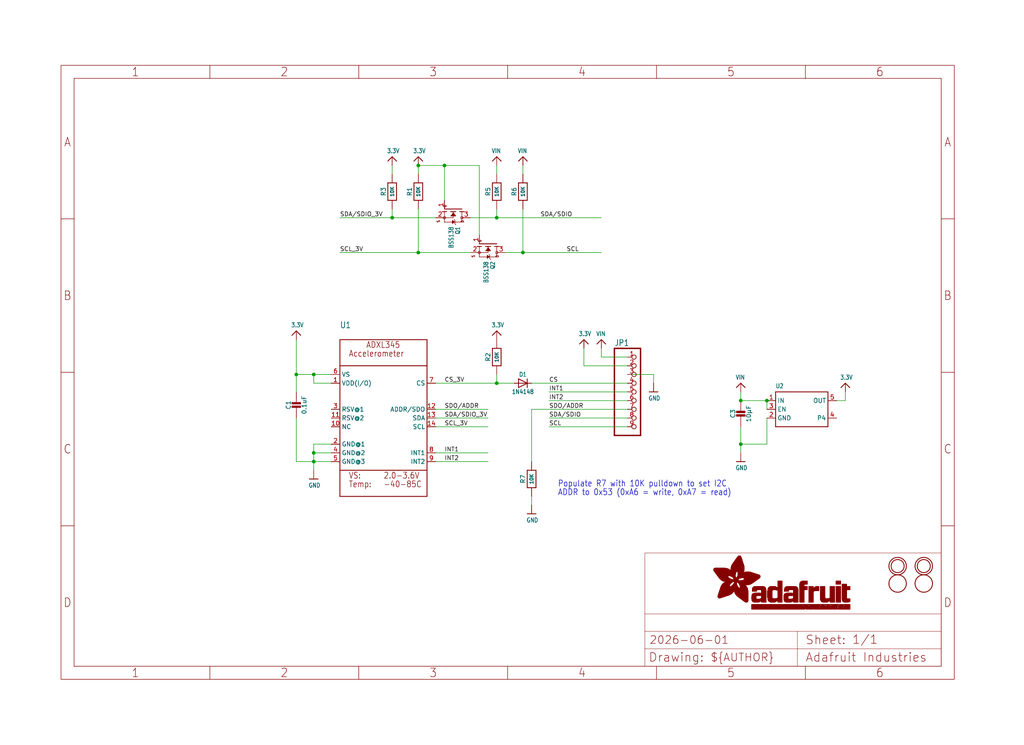
<source format=kicad_sch>
(kicad_sch (version 20230121) (generator eeschema)
  (paper "User" 298.45 217.322)
  (lib_symbols
    (symbol "working-eagle-import:3.3V" (power)
      (property "Value" "3.3V" (at -1.524 1.016 0))
      (symbol "3.3V_1_0"
        (pin power_in line (at 0 -2.54 90) (length 2.54) (name "3.3V") (number "1"))
      )
    )
    (symbol "working-eagle-import:ACCEL_ADXL345"
      (property "Reference" "U" (at -12.7 26.162 0))
      (symbol "ACCEL_ADXL345_1_0"
        (text "-40-85C" (at 0 -20.32 0) (effects (font (size 1.778 1.5113)) (justify left bottom)))
        (text "2.0-3.6V" (at 0 -17.78 0) (effects (font (size 1.778 1.5113)) (justify left bottom)))
        (text "Accelerometer" (at -10.16 17.78 0) (effects (font (size 1.778 1.5113)) (justify left bottom)))
        (text "ADXL345" (at -5.08 20.32 0) (effects (font (size 1.778 1.5113)) (justify left bottom)))
        (text "Temp:" (at -10.16 -20.32 0) (effects (font (size 1.778 1.5113)) (justify left bottom)))
        (text "VS:" (at -10.16 -17.78 0) (effects (font (size 1.778 1.5113)) (justify left bottom)))
        (pin bidirectional line (at -15.24 10.16 0) (length 2.54) (name "VDD(I/O)") (number "1"))
        (pin bidirectional line (at -15.24 -2.54 0) (length 2.54) (name "NC") (number "10"))
        (pin bidirectional line (at -15.24 0 0) (length 2.54) (name "RSV@2") (number "11"))
        (pin bidirectional line (at 15.24 2.54 180) (length 2.54) (name "ADDR/SDO") (number "12"))
        (pin bidirectional line (at 15.24 0 180) (length 2.54) (name "SDA") (number "13"))
        (pin bidirectional line (at 15.24 -2.54 180) (length 2.54) (name "SCL") (number "14"))
        (pin bidirectional line (at -15.24 -7.62 0) (length 2.54) (name "GND@1") (number "2"))
        (pin bidirectional line (at -15.24 2.54 0) (length 2.54) (name "RSV@1") (number "3"))
        (pin bidirectional line (at -15.24 -10.16 0) (length 2.54) (name "GND@2") (number "4"))
        (pin bidirectional line (at -15.24 -12.7 0) (length 2.54) (name "GND@3") (number "5"))
        (pin bidirectional line (at -15.24 12.7 0) (length 2.54) (name "VS") (number "6"))
        (pin bidirectional line (at 15.24 10.16 180) (length 2.54) (name "CS") (number "7"))
        (pin bidirectional line (at 15.24 -10.16 180) (length 2.54) (name "INT1") (number "8"))
        (pin bidirectional line (at 15.24 -12.7 180) (length 2.54) (name "INT2") (number "9"))
      )
    )
    (symbol "working-eagle-import:CAP_CERAMIC0805-NOOUTLINE"
      (property "Reference" "C" (at -2.29 1.25 90))
      (symbol "CAP_CERAMIC0805-NOOUTLINE_1_0"
        (pin passive line (at 0 5.08 270) (length 2.54) (name "1") (number "1"))
        (pin passive line (at 0 -2.54 90) (length 2.54) (name "2") (number "2"))
      )
    )
    (symbol "working-eagle-import:DIODE_SOD323MINI"
      (property "Reference" "D" (at 0 2.54 0))
      (symbol "DIODE_SOD323MINI_1_0"
        (pin passive line (at -2.54 0 0) (length 2.54) (name "A") (number "A"))
        (pin passive line (at 2.54 0 180) (length 2.54) (name "C") (number "C"))
      )
    )
    (symbol "working-eagle-import:FIDUCIAL")
    (symbol "working-eagle-import:FRAME_A4_ADAFRUIT"
      (symbol "FRAME_A4_ADAFRUIT_1_0"
        (text "${#}/${##}" (at 230.505 10.16 0) (effects (font (size 2.54 2.54)) (justify left bottom)))
        (text "${AUTHOR}" (at 189.23 5.08 0) (effects (font (size 2.286 2.286)) (justify left bottom)))
        (text "${CURRENT_DATE}" (at 171.45 10.16 0) (effects (font (size 2.286 2.286)) (justify left bottom)))
        (text "${PROJECTNAME}" (at 171.45 15.24 0) (effects (font (size 2.54 2.54)) (justify left bottom)))
        (text "1" (at 21.6958 1.905 0) (effects (font (size 2.54 2.286))))
        (text "1" (at 21.6958 177.165 0) (effects (font (size 2.54 2.286))))
        (text "2" (at 65.0875 1.905 0) (effects (font (size 2.54 2.286))))
        (text "2" (at 65.0875 177.165 0) (effects (font (size 2.54 2.286))))
        (text "3" (at 108.4792 1.905 0) (effects (font (size 2.54 2.286))))
        (text "3" (at 108.4792 177.165 0) (effects (font (size 2.54 2.286))))
        (text "4" (at 151.8708 1.905 0) (effects (font (size 2.54 2.286))))
        (text "4" (at 151.8708 177.165 0) (effects (font (size 2.54 2.286))))
        (text "5" (at 195.2625 1.905 0) (effects (font (size 2.54 2.286))))
        (text "5" (at 195.2625 177.165 0) (effects (font (size 2.54 2.286))))
        (text "6" (at 238.6542 1.905 0) (effects (font (size 2.54 2.286))))
        (text "6" (at 238.6542 177.165 0) (effects (font (size 2.54 2.286))))
        (text "A" (at 1.905 156.6863 0) (effects (font (size 2.54 2.286))))
        (text "A" (at 258.445 156.6863 0) (effects (font (size 2.54 2.286))))
        (text "Adafruit Industries" (at 216.916 4.953 0) (effects (font (size 2.54 2.54)) (justify left bottom)))
        (text "B" (at 1.905 111.9188 0) (effects (font (size 2.54 2.286))))
        (text "B" (at 258.445 111.9188 0) (effects (font (size 2.54 2.286))))
        (text "C" (at 1.905 67.1513 0) (effects (font (size 2.54 2.286))))
        (text "C" (at 258.445 67.1513 0) (effects (font (size 2.54 2.286))))
        (text "D" (at 1.905 22.3838 0) (effects (font (size 2.54 2.286))))
        (text "D" (at 258.445 22.3838 0) (effects (font (size 2.54 2.286))))
        (text "Drawing:" (at 171.196 4.953 0) (effects (font (size 2.54 2.54)) (justify left bottom)))
        (text "Sheet:" (at 216.916 10.033 0) (effects (font (size 2.54 2.54)) (justify left bottom)))
      )
    )
    (symbol "working-eagle-import:GND" (power)
      (property "Value" "GND" (at -1.524 -2.54 0))
      (symbol "GND_1_0"
        (pin power_in line (at 0 2.54 270) (length 2.54) (name "GND") (number "1"))
      )
    )
    (symbol "working-eagle-import:HEADER-1X970MIL"
      (property "Reference" "JP" (at -6.35 13.335 0))
      (symbol "HEADER-1X970MIL_1_0"
        (pin passive inverted (at -2.54 10.16 0) (length 2.54) (name "1") (number "1"))
        (pin passive inverted (at -2.54 7.62 0) (length 2.54) (name "2") (number "2"))
        (pin passive inverted (at -2.54 5.08 0) (length 2.54) (name "3") (number "3"))
        (pin passive inverted (at -2.54 2.54 0) (length 2.54) (name "4") (number "4"))
        (pin passive inverted (at -2.54 0 0) (length 2.54) (name "5") (number "5"))
        (pin passive inverted (at -2.54 -2.54 0) (length 2.54) (name "6") (number "6"))
        (pin passive inverted (at -2.54 -5.08 0) (length 2.54) (name "7") (number "7"))
        (pin passive inverted (at -2.54 -7.62 0) (length 2.54) (name "8") (number "8"))
        (pin passive inverted (at -2.54 -10.16 0) (length 2.54) (name "9") (number "9"))
      )
    )
    (symbol "working-eagle-import:MOSFET-NWIDE"
      (property "Reference" "Q" (at 5.08 0.635 0))
      (symbol "MOSFET-NWIDE_1_0"
        (text "D" (at 3.175 3.175 0) (effects (font (size 0.8128 0.6908)) (justify left bottom)))
        (text "G" (at -1.27 -1.905 0) (effects (font (size 0.8128 0.6908)) (justify left bottom)))
        (text "S" (at 3.175 -3.81 0) (effects (font (size 0.8128 0.6908)) (justify left bottom)))
        (pin bidirectional line (at -2.54 -2.54 0) (length 2.54) (name "G") (number "1"))
        (pin bidirectional line (at 2.54 -5.08 90) (length 2.54) (name "S") (number "2"))
        (pin bidirectional line (at 2.54 5.08 270) (length 2.54) (name "D") (number "3"))
      )
    )
    (symbol "working-eagle-import:MOUNTINGHOLE2.5")
    (symbol "working-eagle-import:RESISTOR0805_NOOUTLINE"
      (property "Reference" "R" (at 0 2.54 0))
      (symbol "RESISTOR0805_NOOUTLINE_1_0"
        (pin passive line (at -5.08 0 0) (length 2.54) (name "1") (number "1"))
        (pin passive line (at 5.08 0 180) (length 2.54) (name "2") (number "2"))
      )
    )
    (symbol "working-eagle-import:VIN" (power)
      (property "Value" "VIN" (at -1.524 1.016 0))
      (symbol "VIN_1_0"
        (pin power_in line (at 0 -2.54 90) (length 2.54) (name "VIN") (number "1"))
      )
    )
    (symbol "working-eagle-import:VREG_SOT23-5"
      (property "Reference" "U" (at -7.62 6.096 0))
      (symbol "VREG_SOT23-5_1_0"
        (pin power_in line (at -10.16 2.54 0) (length 2.54) (name "IN") (number "1"))
        (pin power_in line (at -10.16 -2.54 0) (length 2.54) (name "GND") (number "2"))
        (pin input line (at -10.16 0 0) (length 2.54) (name "EN") (number "3"))
        (pin bidirectional line (at 10.16 -2.54 180) (length 2.54) (name "P4") (number "4"))
        (pin power_in line (at 10.16 2.54 180) (length 2.54) (name "OUT") (number "5"))
      )
    )
  )
  (junction (at 215.9 129.54))
  (junction (at 91.44 134.62))
  (junction (at 114.3 63.5))
  (junction (at 129.54 48.26))
  (junction (at 152.4 73.66))
  (junction (at 86.36 109.22))
  (junction (at 223.52 116.84))
  (junction (at 91.44 132.08))
  (junction (at 121.92 73.66))
  (junction (at 215.9 116.84))
  (junction (at 144.78 63.5))
  (junction (at 91.44 109.22))
  (junction (at 121.92 48.26))
  (junction (at 144.78 111.76))
  (wire (pts (xy 96.52 111.76) (xy 91.44 111.76)) (stroke (width 0.1524)))
  (wire (pts (xy 215.9 129.54) (xy 215.9 132.08)) (stroke (width 0.1524)))
  (wire (pts (xy 154.94 119.38) (xy 182.88 119.38)) (stroke (width 0.1524)))
  (wire (pts (xy 137.16 73.66) (xy 121.92 73.66)) (stroke (width 0.1524)))
  (wire (pts (xy 144.78 63.5) (xy 175.26 63.5)) (stroke (width 0.1524)))
  (wire (pts (xy 91.44 134.62) (xy 91.44 137.16)) (stroke (width 0.1524)))
  (wire (pts (xy 86.36 134.62) (xy 86.36 121.92)) (stroke (width 0.1524)))
  (wire (pts (xy 114.3 60.96) (xy 114.3 63.5)) (stroke (width 0.1524)))
  (wire (pts (xy 129.54 58.42) (xy 129.54 48.26)) (stroke (width 0.1524)))
  (wire (pts (xy 215.9 124.46) (xy 215.9 129.54)) (stroke (width 0.1524)))
  (wire (pts (xy 170.18 106.68) (xy 170.18 101.6)) (stroke (width 0.1524)))
  (wire (pts (xy 127 134.62) (xy 142.24 134.62)) (stroke (width 0.1524)))
  (wire (pts (xy 91.44 109.22) (xy 96.52 109.22)) (stroke (width 0.1524)))
  (wire (pts (xy 127 132.08) (xy 142.24 132.08)) (stroke (width 0.1524)))
  (wire (pts (xy 182.88 121.92) (xy 160.02 121.92)) (stroke (width 0.1524)))
  (wire (pts (xy 223.52 129.54) (xy 215.9 129.54)) (stroke (width 0.1524)))
  (wire (pts (xy 127 121.92) (xy 142.24 121.92)) (stroke (width 0.1524)))
  (wire (pts (xy 223.52 121.92) (xy 223.52 129.54)) (stroke (width 0.1524)))
  (wire (pts (xy 96.52 129.54) (xy 91.44 129.54)) (stroke (width 0.1524)))
  (wire (pts (xy 114.3 50.8) (xy 114.3 48.26)) (stroke (width 0.1524)))
  (wire (pts (xy 182.88 104.14) (xy 175.26 104.14)) (stroke (width 0.1524)))
  (wire (pts (xy 154.94 119.38) (xy 154.94 134.62)) (stroke (width 0.1524)))
  (wire (pts (xy 144.78 111.76) (xy 149.86 111.76)) (stroke (width 0.1524)))
  (wire (pts (xy 121.92 50.8) (xy 121.92 48.26)) (stroke (width 0.1524)))
  (wire (pts (xy 86.36 109.22) (xy 86.36 99.06)) (stroke (width 0.1524)))
  (wire (pts (xy 182.88 116.84) (xy 160.02 116.84)) (stroke (width 0.1524)))
  (wire (pts (xy 139.7 68.58) (xy 139.7 48.26)) (stroke (width 0.1524)))
  (wire (pts (xy 152.4 60.96) (xy 152.4 73.66)) (stroke (width 0.1524)))
  (wire (pts (xy 127 63.5) (xy 114.3 63.5)) (stroke (width 0.1524)))
  (wire (pts (xy 91.44 111.76) (xy 91.44 109.22)) (stroke (width 0.1524)))
  (wire (pts (xy 129.54 48.26) (xy 121.92 48.26)) (stroke (width 0.1524)))
  (wire (pts (xy 147.32 73.66) (xy 152.4 73.66)) (stroke (width 0.1524)))
  (wire (pts (xy 243.84 116.84) (xy 246.38 116.84)) (stroke (width 0.1524)))
  (wire (pts (xy 144.78 48.26) (xy 144.78 50.8)) (stroke (width 0.1524)))
  (wire (pts (xy 139.7 48.26) (xy 129.54 48.26)) (stroke (width 0.1524)))
  (wire (pts (xy 223.52 116.84) (xy 215.9 116.84)) (stroke (width 0.1524)))
  (wire (pts (xy 182.88 114.3) (xy 160.02 114.3)) (stroke (width 0.1524)))
  (wire (pts (xy 96.52 134.62) (xy 91.44 134.62)) (stroke (width 0.1524)))
  (wire (pts (xy 215.9 116.84) (xy 215.9 114.3)) (stroke (width 0.1524)))
  (wire (pts (xy 91.44 132.08) (xy 91.44 134.62)) (stroke (width 0.1524)))
  (wire (pts (xy 182.88 109.22) (xy 190.5 109.22)) (stroke (width 0.1524)))
  (wire (pts (xy 223.52 119.38) (xy 223.52 116.84)) (stroke (width 0.1524)))
  (wire (pts (xy 182.88 106.68) (xy 170.18 106.68)) (stroke (width 0.1524)))
  (wire (pts (xy 86.36 109.22) (xy 91.44 109.22)) (stroke (width 0.1524)))
  (wire (pts (xy 175.26 104.14) (xy 175.26 101.6)) (stroke (width 0.1524)))
  (wire (pts (xy 137.16 63.5) (xy 144.78 63.5)) (stroke (width 0.1524)))
  (wire (pts (xy 154.94 111.76) (xy 182.88 111.76)) (stroke (width 0.1524)))
  (wire (pts (xy 182.88 124.46) (xy 160.02 124.46)) (stroke (width 0.1524)))
  (wire (pts (xy 91.44 129.54) (xy 91.44 132.08)) (stroke (width 0.1524)))
  (wire (pts (xy 127 119.38) (xy 142.24 119.38)) (stroke (width 0.1524)))
  (wire (pts (xy 127 111.76) (xy 144.78 111.76)) (stroke (width 0.1524)))
  (wire (pts (xy 152.4 48.26) (xy 152.4 50.8)) (stroke (width 0.1524)))
  (wire (pts (xy 190.5 109.22) (xy 190.5 111.76)) (stroke (width 0.1524)))
  (wire (pts (xy 154.94 144.78) (xy 154.94 147.32)) (stroke (width 0.1524)))
  (wire (pts (xy 152.4 73.66) (xy 175.26 73.66)) (stroke (width 0.1524)))
  (wire (pts (xy 96.52 132.08) (xy 91.44 132.08)) (stroke (width 0.1524)))
  (wire (pts (xy 86.36 114.3) (xy 86.36 109.22)) (stroke (width 0.1524)))
  (wire (pts (xy 121.92 60.96) (xy 121.92 73.66)) (stroke (width 0.1524)))
  (wire (pts (xy 127 124.46) (xy 142.24 124.46)) (stroke (width 0.1524)))
  (wire (pts (xy 144.78 111.76) (xy 144.78 109.22)) (stroke (width 0.1524)))
  (wire (pts (xy 144.78 60.96) (xy 144.78 63.5)) (stroke (width 0.1524)))
  (wire (pts (xy 246.38 116.84) (xy 246.38 114.3)) (stroke (width 0.1524)))
  (wire (pts (xy 121.92 73.66) (xy 99.06 73.66)) (stroke (width 0.1524)))
  (wire (pts (xy 91.44 134.62) (xy 86.36 134.62)) (stroke (width 0.1524)))
  (wire (pts (xy 114.3 63.5) (xy 99.06 63.5)) (stroke (width 0.1524)))
  (text "ADDR to 0x53 (0xA6 = write, 0xA7 = read)" (at 162.56 144.78 0) (effects (font (size 1.778 1.5113)) (justify left bottom)))
  (text "Populate R7 with 10K pulldown to set I2C" (at 162.56 142.24 0) (effects (font (size 1.778 1.5113)) (justify left bottom)))
  (label "INT2" (at 160.02 116.84 0) (effects (font (size 1.2446 1.2446))))
  (label "SCL" (at 165.1 73.66 0) (effects (font (size 1.2446 1.2446))))
  (label "SCL_3V" (at 99.06 73.66 0) (effects (font (size 1.2446 1.2446))))
  (label "CS_3V" (at 129.54 111.76 0) (effects (font (size 1.2446 1.2446))))
  (label "CS" (at 160.02 111.76 0) (effects (font (size 1.2446 1.2446))))
  (label "SDA/SDIO_3V" (at 99.06 63.5 0) (effects (font (size 1.2446 1.2446))))
  (label "INT1" (at 160.02 114.3 0) (effects (font (size 1.2446 1.2446))))
  (label "SCL_3V" (at 129.54 124.46 0) (effects (font (size 1.2446 1.2446))))
  (label "SDA/SDIO_3V" (at 129.54 121.92 0) (effects (font (size 1.2446 1.2446))))
  (label "SDO/ADDR" (at 129.54 119.38 0) (effects (font (size 1.2446 1.2446))))
  (label "INT2" (at 129.54 134.62 0) (effects (font (size 1.2446 1.2446))))
  (label "SDA/SDIO" (at 160.02 121.92 0) (effects (font (size 1.2446 1.2446))))
  (label "SCL" (at 160.02 124.46 0) (effects (font (size 1.2446 1.2446))))
  (label "SDO/ADDR" (at 160.02 119.38 0) (effects (font (size 1.2446 1.2446))))
  (label "SDA/SDIO" (at 157.48 63.5 0) (effects (font (size 1.2446 1.2446))))
  (label "INT1" (at 129.54 132.08 0) (effects (font (size 1.2446 1.2446))))
  (symbol (lib_id "working-eagle-import:FIDUCIAL") (at 269.24 170.18 0) (unit 1)
    (property "Reference" "U$1" (effects hide))
    (property "Value" "FIDUCIAL" (effects hide))
    (property "Footprint" "working:FIDUCIAL_1MM" (effects hide))
  )
  (symbol (lib_id "working-eagle-import:FRAME_A4_ADAFRUIT") (at 17.78 198.12 0) (unit 1)
    (property "Reference" "#FRAME1" (effects hide))
    (property "Value" "FRAME_A4_ADAFRUIT" (effects hide))
  )
  (symbol (lib_id "working-eagle-import:GND") (at 91.44 139.7 0) (unit 1)
    (property "Reference" "#U$2" (effects hide))
    (property "Value" "GND" (at 89.916 142.24 0) (effects (font (size 1.27 1.0795)) (justify left bottom)))
  )
  (symbol (lib_id "working-eagle-import:CAP_CERAMIC0805-NOOUTLINE") (at 86.36 119.38 0) (unit 1)
    (property "Reference" "C1" (at 84.07 118.13 90))
    (property "Value" "0.1uF" (at 88.66 118.13 90))
    (property "Footprint" "working:0805-NO" (effects hide))
  )
  (symbol (lib_id "working-eagle-import:RESISTOR0805_NOOUTLINE") (at 144.78 55.88 90) (unit 1)
    (property "Reference" "R5" (at 142.24 55.88 0))
    (property "Value" "10K" (at 144.78 55.88 0) (effects (font (size 1.016 1.016) bold)))
    (property "Footprint" "working:0805-NO" (effects hide))
  )
  (symbol (lib_id "working-eagle-import:3.3V") (at 170.18 99.06 0) (unit 1)
    (property "Reference" "#U$19" (effects hide))
    (property "Value" "3.3V" (at 168.656 98.044 0) (effects (font (size 1.27 1.0795)) (justify left bottom)))
  )
  (symbol (lib_id "working-eagle-import:RESISTOR0805_NOOUTLINE") (at 144.78 104.14 90) (unit 1)
    (property "Reference" "R2" (at 142.24 104.14 0))
    (property "Value" "10K" (at 144.78 104.14 0) (effects (font (size 1.016 1.016) bold)))
    (property "Footprint" "working:0805-NO" (effects hide))
  )
  (symbol (lib_id "working-eagle-import:HEADER-1X970MIL") (at 185.42 114.3 0) (unit 1)
    (property "Reference" "JP1" (at 179.07 100.965 0) (effects (font (size 1.778 1.5113)) (justify left bottom)))
    (property "Value" "HEADER-1X970MIL" (effects hide))
    (property "Footprint" "working:1X09_ROUND_70" (effects hide))
  )
  (symbol (lib_id "working-eagle-import:VIN") (at 152.4 45.72 0) (unit 1)
    (property "Reference" "#U$17" (effects hide))
    (property "Value" "VIN" (at 150.876 44.704 0) (effects (font (size 1.27 1.0795)) (justify left bottom)))
  )
  (symbol (lib_id "working-eagle-import:RESISTOR0805_NOOUTLINE") (at 154.94 139.7 90) (unit 1)
    (property "Reference" "R7" (at 152.4 139.7 0))
    (property "Value" "10K" (at 154.94 139.7 0) (effects (font (size 1.016 1.016) bold)))
    (property "Footprint" "working:0805-NO" (effects hide))
  )
  (symbol (lib_id "working-eagle-import:3.3V") (at 114.3 45.72 0) (unit 1)
    (property "Reference" "#U$10" (effects hide))
    (property "Value" "3.3V" (at 112.776 44.704 0) (effects (font (size 1.27 1.0795)) (justify left bottom)))
  )
  (symbol (lib_id "working-eagle-import:GND") (at 215.9 134.62 0) (unit 1)
    (property "Reference" "#U$15" (effects hide))
    (property "Value" "GND" (at 214.376 137.16 0) (effects (font (size 1.27 1.0795)) (justify left bottom)))
  )
  (symbol (lib_id "working-eagle-import:ACCEL_ADXL345") (at 111.76 121.92 0) (unit 1)
    (property "Reference" "U1" (at 99.06 95.758 0) (effects (font (size 1.778 1.5113)) (justify left bottom)))
    (property "Value" "ACCEL_ADXL345" (effects hide))
    (property "Footprint" "working:LGA14" (effects hide))
  )
  (symbol (lib_id "working-eagle-import:3.3V") (at 246.38 111.76 0) (unit 1)
    (property "Reference" "#U$13" (effects hide))
    (property "Value" "3.3V" (at 244.856 110.744 0) (effects (font (size 1.27 1.0795)) (justify left bottom)))
  )
  (symbol (lib_id "working-eagle-import:GND") (at 190.5 114.3 0) (unit 1)
    (property "Reference" "#U$20" (effects hide))
    (property "Value" "GND" (at 188.976 116.84 0) (effects (font (size 1.27 1.0795)) (justify left bottom)))
  )
  (symbol (lib_id "working-eagle-import:RESISTOR0805_NOOUTLINE") (at 114.3 55.88 90) (unit 1)
    (property "Reference" "R3" (at 111.76 55.88 0))
    (property "Value" "10K" (at 114.3 55.88 0) (effects (font (size 1.016 1.016) bold)))
    (property "Footprint" "working:0805-NO" (effects hide))
  )
  (symbol (lib_id "working-eagle-import:FIDUCIAL") (at 261.62 170.18 0) (unit 1)
    (property "Reference" "U$3" (effects hide))
    (property "Value" "FIDUCIAL" (effects hide))
    (property "Footprint" "working:FIDUCIAL_1MM" (effects hide))
  )
  (symbol (lib_id "working-eagle-import:GND") (at 154.94 149.86 0) (unit 1)
    (property "Reference" "#U$5" (effects hide))
    (property "Value" "GND" (at 153.416 152.4 0) (effects (font (size 1.27 1.0795)) (justify left bottom)))
  )
  (symbol (lib_id "working-eagle-import:MOUNTINGHOLE2.5") (at 269.24 165.1 0) (unit 1)
    (property "Reference" "U$4" (effects hide))
    (property "Value" "MOUNTINGHOLE2.5" (effects hide))
    (property "Footprint" "working:MOUNTINGHOLE_2.5_PLATED" (effects hide))
  )
  (symbol (lib_id "working-eagle-import:RESISTOR0805_NOOUTLINE") (at 152.4 55.88 90) (unit 1)
    (property "Reference" "R6" (at 149.86 55.88 0))
    (property "Value" "10K" (at 152.4 55.88 0) (effects (font (size 1.016 1.016) bold)))
    (property "Footprint" "working:0805-NO" (effects hide))
  )
  (symbol (lib_id "working-eagle-import:DIODE_SOD323MINI") (at 152.4 111.76 0) (unit 1)
    (property "Reference" "D1" (at 152.4 109.22 0) (effects (font (size 1.27 1.0795))))
    (property "Value" "1N4148" (at 152.4 114.26 0) (effects (font (size 1.27 1.0795))))
    (property "Footprint" "working:SOD-323_MINI" (effects hide))
  )
  (symbol (lib_id "working-eagle-import:VREG_SOT23-5") (at 233.68 119.38 0) (unit 1)
    (property "Reference" "U2" (at 226.06 113.284 0) (effects (font (size 1.27 1.0795)) (justify left bottom)))
    (property "Value" "VREG_SOT23-5" (effects hide))
    (property "Footprint" "working:SOT23-5" (effects hide))
  )
  (symbol (lib_id "working-eagle-import:MOSFET-NWIDE") (at 142.24 71.12 270) (unit 1)
    (property "Reference" "Q2" (at 142.875 76.2 0) (effects (font (size 1.27 1.0795)) (justify left bottom)))
    (property "Value" "BSS138" (at 140.97 76.2 0) (effects (font (size 1.27 1.0795)) (justify left bottom)))
    (property "Footprint" "working:SOT23-WIDE" (effects hide))
  )
  (symbol (lib_id "working-eagle-import:RESISTOR0805_NOOUTLINE") (at 121.92 55.88 90) (unit 1)
    (property "Reference" "R1" (at 119.38 55.88 0))
    (property "Value" "10K" (at 121.92 55.88 0) (effects (font (size 1.016 1.016) bold)))
    (property "Footprint" "working:0805-NO" (effects hide))
  )
  (symbol (lib_id "working-eagle-import:MOSFET-NWIDE") (at 132.08 60.96 270) (unit 1)
    (property "Reference" "Q1" (at 132.715 66.04 0) (effects (font (size 1.27 1.0795)) (justify left bottom)))
    (property "Value" "BSS138" (at 130.81 66.04 0) (effects (font (size 1.27 1.0795)) (justify left bottom)))
    (property "Footprint" "working:SOT23-WIDE" (effects hide))
  )
  (symbol (lib_id "working-eagle-import:CAP_CERAMIC0805-NOOUTLINE") (at 215.9 121.92 0) (unit 1)
    (property "Reference" "C3" (at 213.61 120.67 90))
    (property "Value" "10µF" (at 218.2 120.67 90))
    (property "Footprint" "working:0805-NO" (effects hide))
  )
  (symbol (lib_id "working-eagle-import:MOUNTINGHOLE2.5") (at 261.62 165.1 0) (unit 1)
    (property "Reference" "U$6" (effects hide))
    (property "Value" "MOUNTINGHOLE2.5" (effects hide))
    (property "Footprint" "working:MOUNTINGHOLE_2.5_PLATED" (effects hide))
  )
  (symbol (lib_id "working-eagle-import:3.3V") (at 86.36 96.52 0) (unit 1)
    (property "Reference" "#U$9" (effects hide))
    (property "Value" "3.3V" (at 84.836 95.504 0) (effects (font (size 1.27 1.0795)) (justify left bottom)))
  )
  (symbol (lib_id "working-eagle-import:3.3V") (at 121.92 45.72 0) (unit 1)
    (property "Reference" "#U$11" (effects hide))
    (property "Value" "3.3V" (at 120.396 44.704 0) (effects (font (size 1.27 1.0795)) (justify left bottom)))
  )
  (symbol (lib_id "working-eagle-import:3.3V") (at 144.78 96.52 0) (unit 1)
    (property "Reference" "#U$12" (effects hide))
    (property "Value" "3.3V" (at 143.256 95.504 0) (effects (font (size 1.27 1.0795)) (justify left bottom)))
  )
  (symbol (lib_id "working-eagle-import:VIN") (at 175.26 99.06 0) (unit 1)
    (property "Reference" "#U$18" (effects hide))
    (property "Value" "VIN" (at 173.736 98.044 0) (effects (font (size 1.27 1.0795)) (justify left bottom)))
  )
  (symbol (lib_id "working-eagle-import:VIN") (at 144.78 45.72 0) (unit 1)
    (property "Reference" "#U$16" (effects hide))
    (property "Value" "VIN" (at 143.256 44.704 0) (effects (font (size 1.27 1.0795)) (justify left bottom)))
  )
  (symbol (lib_id "working-eagle-import:VIN") (at 215.9 111.76 0) (unit 1)
    (property "Reference" "#U$14" (effects hide))
    (property "Value" "VIN" (at 214.376 110.744 0) (effects (font (size 1.27 1.0795)) (justify left bottom)))
  )
)
</source>
